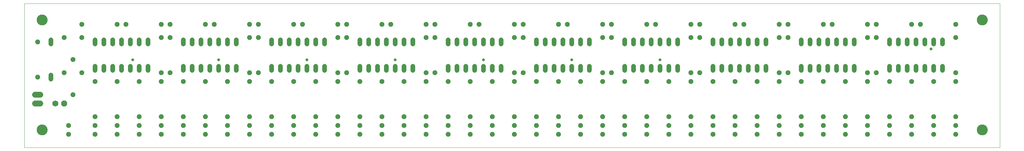
<source format=gbs>
G75*
%MOIN*%
%OFA0B0*%
%FSLAX25Y25*%
%IPPOS*%
%LPD*%
%AMOC8*
5,1,8,0,0,1.08239X$1,22.5*
%
%ADD10C,0.00000*%
%ADD11OC8,0.06800*%
%ADD12C,0.06800*%
%ADD13OC8,0.05300*%
%ADD14C,0.05300*%
%ADD15C,0.06500*%
%ADD16C,0.12311*%
%ADD17C,0.03200*%
D10*
X0001300Y0006300D02*
X0001300Y0170001D01*
X1106221Y0170001D01*
X1106221Y0006300D01*
X0001300Y0006300D01*
X0015394Y0026300D02*
X0015396Y0026453D01*
X0015402Y0026607D01*
X0015412Y0026760D01*
X0015426Y0026912D01*
X0015444Y0027065D01*
X0015466Y0027216D01*
X0015491Y0027367D01*
X0015521Y0027518D01*
X0015555Y0027668D01*
X0015592Y0027816D01*
X0015633Y0027964D01*
X0015678Y0028110D01*
X0015727Y0028256D01*
X0015780Y0028400D01*
X0015836Y0028542D01*
X0015896Y0028683D01*
X0015960Y0028823D01*
X0016027Y0028961D01*
X0016098Y0029097D01*
X0016173Y0029231D01*
X0016250Y0029363D01*
X0016332Y0029493D01*
X0016416Y0029621D01*
X0016504Y0029747D01*
X0016595Y0029870D01*
X0016689Y0029991D01*
X0016787Y0030109D01*
X0016887Y0030225D01*
X0016991Y0030338D01*
X0017097Y0030449D01*
X0017206Y0030557D01*
X0017318Y0030662D01*
X0017432Y0030763D01*
X0017550Y0030862D01*
X0017669Y0030958D01*
X0017791Y0031051D01*
X0017916Y0031140D01*
X0018043Y0031227D01*
X0018172Y0031309D01*
X0018303Y0031389D01*
X0018436Y0031465D01*
X0018571Y0031538D01*
X0018708Y0031607D01*
X0018847Y0031672D01*
X0018987Y0031734D01*
X0019129Y0031792D01*
X0019272Y0031847D01*
X0019417Y0031898D01*
X0019563Y0031945D01*
X0019710Y0031988D01*
X0019858Y0032027D01*
X0020007Y0032063D01*
X0020157Y0032094D01*
X0020308Y0032122D01*
X0020459Y0032146D01*
X0020612Y0032166D01*
X0020764Y0032182D01*
X0020917Y0032194D01*
X0021070Y0032202D01*
X0021223Y0032206D01*
X0021377Y0032206D01*
X0021530Y0032202D01*
X0021683Y0032194D01*
X0021836Y0032182D01*
X0021988Y0032166D01*
X0022141Y0032146D01*
X0022292Y0032122D01*
X0022443Y0032094D01*
X0022593Y0032063D01*
X0022742Y0032027D01*
X0022890Y0031988D01*
X0023037Y0031945D01*
X0023183Y0031898D01*
X0023328Y0031847D01*
X0023471Y0031792D01*
X0023613Y0031734D01*
X0023753Y0031672D01*
X0023892Y0031607D01*
X0024029Y0031538D01*
X0024164Y0031465D01*
X0024297Y0031389D01*
X0024428Y0031309D01*
X0024557Y0031227D01*
X0024684Y0031140D01*
X0024809Y0031051D01*
X0024931Y0030958D01*
X0025050Y0030862D01*
X0025168Y0030763D01*
X0025282Y0030662D01*
X0025394Y0030557D01*
X0025503Y0030449D01*
X0025609Y0030338D01*
X0025713Y0030225D01*
X0025813Y0030109D01*
X0025911Y0029991D01*
X0026005Y0029870D01*
X0026096Y0029747D01*
X0026184Y0029621D01*
X0026268Y0029493D01*
X0026350Y0029363D01*
X0026427Y0029231D01*
X0026502Y0029097D01*
X0026573Y0028961D01*
X0026640Y0028823D01*
X0026704Y0028683D01*
X0026764Y0028542D01*
X0026820Y0028400D01*
X0026873Y0028256D01*
X0026922Y0028110D01*
X0026967Y0027964D01*
X0027008Y0027816D01*
X0027045Y0027668D01*
X0027079Y0027518D01*
X0027109Y0027367D01*
X0027134Y0027216D01*
X0027156Y0027065D01*
X0027174Y0026912D01*
X0027188Y0026760D01*
X0027198Y0026607D01*
X0027204Y0026453D01*
X0027206Y0026300D01*
X0027204Y0026147D01*
X0027198Y0025993D01*
X0027188Y0025840D01*
X0027174Y0025688D01*
X0027156Y0025535D01*
X0027134Y0025384D01*
X0027109Y0025233D01*
X0027079Y0025082D01*
X0027045Y0024932D01*
X0027008Y0024784D01*
X0026967Y0024636D01*
X0026922Y0024490D01*
X0026873Y0024344D01*
X0026820Y0024200D01*
X0026764Y0024058D01*
X0026704Y0023917D01*
X0026640Y0023777D01*
X0026573Y0023639D01*
X0026502Y0023503D01*
X0026427Y0023369D01*
X0026350Y0023237D01*
X0026268Y0023107D01*
X0026184Y0022979D01*
X0026096Y0022853D01*
X0026005Y0022730D01*
X0025911Y0022609D01*
X0025813Y0022491D01*
X0025713Y0022375D01*
X0025609Y0022262D01*
X0025503Y0022151D01*
X0025394Y0022043D01*
X0025282Y0021938D01*
X0025168Y0021837D01*
X0025050Y0021738D01*
X0024931Y0021642D01*
X0024809Y0021549D01*
X0024684Y0021460D01*
X0024557Y0021373D01*
X0024428Y0021291D01*
X0024297Y0021211D01*
X0024164Y0021135D01*
X0024029Y0021062D01*
X0023892Y0020993D01*
X0023753Y0020928D01*
X0023613Y0020866D01*
X0023471Y0020808D01*
X0023328Y0020753D01*
X0023183Y0020702D01*
X0023037Y0020655D01*
X0022890Y0020612D01*
X0022742Y0020573D01*
X0022593Y0020537D01*
X0022443Y0020506D01*
X0022292Y0020478D01*
X0022141Y0020454D01*
X0021988Y0020434D01*
X0021836Y0020418D01*
X0021683Y0020406D01*
X0021530Y0020398D01*
X0021377Y0020394D01*
X0021223Y0020394D01*
X0021070Y0020398D01*
X0020917Y0020406D01*
X0020764Y0020418D01*
X0020612Y0020434D01*
X0020459Y0020454D01*
X0020308Y0020478D01*
X0020157Y0020506D01*
X0020007Y0020537D01*
X0019858Y0020573D01*
X0019710Y0020612D01*
X0019563Y0020655D01*
X0019417Y0020702D01*
X0019272Y0020753D01*
X0019129Y0020808D01*
X0018987Y0020866D01*
X0018847Y0020928D01*
X0018708Y0020993D01*
X0018571Y0021062D01*
X0018436Y0021135D01*
X0018303Y0021211D01*
X0018172Y0021291D01*
X0018043Y0021373D01*
X0017916Y0021460D01*
X0017791Y0021549D01*
X0017669Y0021642D01*
X0017550Y0021738D01*
X0017432Y0021837D01*
X0017318Y0021938D01*
X0017206Y0022043D01*
X0017097Y0022151D01*
X0016991Y0022262D01*
X0016887Y0022375D01*
X0016787Y0022491D01*
X0016689Y0022609D01*
X0016595Y0022730D01*
X0016504Y0022853D01*
X0016416Y0022979D01*
X0016332Y0023107D01*
X0016250Y0023237D01*
X0016173Y0023369D01*
X0016098Y0023503D01*
X0016027Y0023639D01*
X0015960Y0023777D01*
X0015896Y0023917D01*
X0015836Y0024058D01*
X0015780Y0024200D01*
X0015727Y0024344D01*
X0015678Y0024490D01*
X0015633Y0024636D01*
X0015592Y0024784D01*
X0015555Y0024932D01*
X0015521Y0025082D01*
X0015491Y0025233D01*
X0015466Y0025384D01*
X0015444Y0025535D01*
X0015426Y0025688D01*
X0015412Y0025840D01*
X0015402Y0025993D01*
X0015396Y0026147D01*
X0015394Y0026300D01*
X0015394Y0151300D02*
X0015396Y0151453D01*
X0015402Y0151607D01*
X0015412Y0151760D01*
X0015426Y0151912D01*
X0015444Y0152065D01*
X0015466Y0152216D01*
X0015491Y0152367D01*
X0015521Y0152518D01*
X0015555Y0152668D01*
X0015592Y0152816D01*
X0015633Y0152964D01*
X0015678Y0153110D01*
X0015727Y0153256D01*
X0015780Y0153400D01*
X0015836Y0153542D01*
X0015896Y0153683D01*
X0015960Y0153823D01*
X0016027Y0153961D01*
X0016098Y0154097D01*
X0016173Y0154231D01*
X0016250Y0154363D01*
X0016332Y0154493D01*
X0016416Y0154621D01*
X0016504Y0154747D01*
X0016595Y0154870D01*
X0016689Y0154991D01*
X0016787Y0155109D01*
X0016887Y0155225D01*
X0016991Y0155338D01*
X0017097Y0155449D01*
X0017206Y0155557D01*
X0017318Y0155662D01*
X0017432Y0155763D01*
X0017550Y0155862D01*
X0017669Y0155958D01*
X0017791Y0156051D01*
X0017916Y0156140D01*
X0018043Y0156227D01*
X0018172Y0156309D01*
X0018303Y0156389D01*
X0018436Y0156465D01*
X0018571Y0156538D01*
X0018708Y0156607D01*
X0018847Y0156672D01*
X0018987Y0156734D01*
X0019129Y0156792D01*
X0019272Y0156847D01*
X0019417Y0156898D01*
X0019563Y0156945D01*
X0019710Y0156988D01*
X0019858Y0157027D01*
X0020007Y0157063D01*
X0020157Y0157094D01*
X0020308Y0157122D01*
X0020459Y0157146D01*
X0020612Y0157166D01*
X0020764Y0157182D01*
X0020917Y0157194D01*
X0021070Y0157202D01*
X0021223Y0157206D01*
X0021377Y0157206D01*
X0021530Y0157202D01*
X0021683Y0157194D01*
X0021836Y0157182D01*
X0021988Y0157166D01*
X0022141Y0157146D01*
X0022292Y0157122D01*
X0022443Y0157094D01*
X0022593Y0157063D01*
X0022742Y0157027D01*
X0022890Y0156988D01*
X0023037Y0156945D01*
X0023183Y0156898D01*
X0023328Y0156847D01*
X0023471Y0156792D01*
X0023613Y0156734D01*
X0023753Y0156672D01*
X0023892Y0156607D01*
X0024029Y0156538D01*
X0024164Y0156465D01*
X0024297Y0156389D01*
X0024428Y0156309D01*
X0024557Y0156227D01*
X0024684Y0156140D01*
X0024809Y0156051D01*
X0024931Y0155958D01*
X0025050Y0155862D01*
X0025168Y0155763D01*
X0025282Y0155662D01*
X0025394Y0155557D01*
X0025503Y0155449D01*
X0025609Y0155338D01*
X0025713Y0155225D01*
X0025813Y0155109D01*
X0025911Y0154991D01*
X0026005Y0154870D01*
X0026096Y0154747D01*
X0026184Y0154621D01*
X0026268Y0154493D01*
X0026350Y0154363D01*
X0026427Y0154231D01*
X0026502Y0154097D01*
X0026573Y0153961D01*
X0026640Y0153823D01*
X0026704Y0153683D01*
X0026764Y0153542D01*
X0026820Y0153400D01*
X0026873Y0153256D01*
X0026922Y0153110D01*
X0026967Y0152964D01*
X0027008Y0152816D01*
X0027045Y0152668D01*
X0027079Y0152518D01*
X0027109Y0152367D01*
X0027134Y0152216D01*
X0027156Y0152065D01*
X0027174Y0151912D01*
X0027188Y0151760D01*
X0027198Y0151607D01*
X0027204Y0151453D01*
X0027206Y0151300D01*
X0027204Y0151147D01*
X0027198Y0150993D01*
X0027188Y0150840D01*
X0027174Y0150688D01*
X0027156Y0150535D01*
X0027134Y0150384D01*
X0027109Y0150233D01*
X0027079Y0150082D01*
X0027045Y0149932D01*
X0027008Y0149784D01*
X0026967Y0149636D01*
X0026922Y0149490D01*
X0026873Y0149344D01*
X0026820Y0149200D01*
X0026764Y0149058D01*
X0026704Y0148917D01*
X0026640Y0148777D01*
X0026573Y0148639D01*
X0026502Y0148503D01*
X0026427Y0148369D01*
X0026350Y0148237D01*
X0026268Y0148107D01*
X0026184Y0147979D01*
X0026096Y0147853D01*
X0026005Y0147730D01*
X0025911Y0147609D01*
X0025813Y0147491D01*
X0025713Y0147375D01*
X0025609Y0147262D01*
X0025503Y0147151D01*
X0025394Y0147043D01*
X0025282Y0146938D01*
X0025168Y0146837D01*
X0025050Y0146738D01*
X0024931Y0146642D01*
X0024809Y0146549D01*
X0024684Y0146460D01*
X0024557Y0146373D01*
X0024428Y0146291D01*
X0024297Y0146211D01*
X0024164Y0146135D01*
X0024029Y0146062D01*
X0023892Y0145993D01*
X0023753Y0145928D01*
X0023613Y0145866D01*
X0023471Y0145808D01*
X0023328Y0145753D01*
X0023183Y0145702D01*
X0023037Y0145655D01*
X0022890Y0145612D01*
X0022742Y0145573D01*
X0022593Y0145537D01*
X0022443Y0145506D01*
X0022292Y0145478D01*
X0022141Y0145454D01*
X0021988Y0145434D01*
X0021836Y0145418D01*
X0021683Y0145406D01*
X0021530Y0145398D01*
X0021377Y0145394D01*
X0021223Y0145394D01*
X0021070Y0145398D01*
X0020917Y0145406D01*
X0020764Y0145418D01*
X0020612Y0145434D01*
X0020459Y0145454D01*
X0020308Y0145478D01*
X0020157Y0145506D01*
X0020007Y0145537D01*
X0019858Y0145573D01*
X0019710Y0145612D01*
X0019563Y0145655D01*
X0019417Y0145702D01*
X0019272Y0145753D01*
X0019129Y0145808D01*
X0018987Y0145866D01*
X0018847Y0145928D01*
X0018708Y0145993D01*
X0018571Y0146062D01*
X0018436Y0146135D01*
X0018303Y0146211D01*
X0018172Y0146291D01*
X0018043Y0146373D01*
X0017916Y0146460D01*
X0017791Y0146549D01*
X0017669Y0146642D01*
X0017550Y0146738D01*
X0017432Y0146837D01*
X0017318Y0146938D01*
X0017206Y0147043D01*
X0017097Y0147151D01*
X0016991Y0147262D01*
X0016887Y0147375D01*
X0016787Y0147491D01*
X0016689Y0147609D01*
X0016595Y0147730D01*
X0016504Y0147853D01*
X0016416Y0147979D01*
X0016332Y0148107D01*
X0016250Y0148237D01*
X0016173Y0148369D01*
X0016098Y0148503D01*
X0016027Y0148639D01*
X0015960Y0148777D01*
X0015896Y0148917D01*
X0015836Y0149058D01*
X0015780Y0149200D01*
X0015727Y0149344D01*
X0015678Y0149490D01*
X0015633Y0149636D01*
X0015592Y0149784D01*
X0015555Y0149932D01*
X0015521Y0150082D01*
X0015491Y0150233D01*
X0015466Y0150384D01*
X0015444Y0150535D01*
X0015426Y0150688D01*
X0015412Y0150840D01*
X0015402Y0150993D01*
X0015396Y0151147D01*
X0015394Y0151300D01*
X1080394Y0151300D02*
X1080396Y0151453D01*
X1080402Y0151607D01*
X1080412Y0151760D01*
X1080426Y0151912D01*
X1080444Y0152065D01*
X1080466Y0152216D01*
X1080491Y0152367D01*
X1080521Y0152518D01*
X1080555Y0152668D01*
X1080592Y0152816D01*
X1080633Y0152964D01*
X1080678Y0153110D01*
X1080727Y0153256D01*
X1080780Y0153400D01*
X1080836Y0153542D01*
X1080896Y0153683D01*
X1080960Y0153823D01*
X1081027Y0153961D01*
X1081098Y0154097D01*
X1081173Y0154231D01*
X1081250Y0154363D01*
X1081332Y0154493D01*
X1081416Y0154621D01*
X1081504Y0154747D01*
X1081595Y0154870D01*
X1081689Y0154991D01*
X1081787Y0155109D01*
X1081887Y0155225D01*
X1081991Y0155338D01*
X1082097Y0155449D01*
X1082206Y0155557D01*
X1082318Y0155662D01*
X1082432Y0155763D01*
X1082550Y0155862D01*
X1082669Y0155958D01*
X1082791Y0156051D01*
X1082916Y0156140D01*
X1083043Y0156227D01*
X1083172Y0156309D01*
X1083303Y0156389D01*
X1083436Y0156465D01*
X1083571Y0156538D01*
X1083708Y0156607D01*
X1083847Y0156672D01*
X1083987Y0156734D01*
X1084129Y0156792D01*
X1084272Y0156847D01*
X1084417Y0156898D01*
X1084563Y0156945D01*
X1084710Y0156988D01*
X1084858Y0157027D01*
X1085007Y0157063D01*
X1085157Y0157094D01*
X1085308Y0157122D01*
X1085459Y0157146D01*
X1085612Y0157166D01*
X1085764Y0157182D01*
X1085917Y0157194D01*
X1086070Y0157202D01*
X1086223Y0157206D01*
X1086377Y0157206D01*
X1086530Y0157202D01*
X1086683Y0157194D01*
X1086836Y0157182D01*
X1086988Y0157166D01*
X1087141Y0157146D01*
X1087292Y0157122D01*
X1087443Y0157094D01*
X1087593Y0157063D01*
X1087742Y0157027D01*
X1087890Y0156988D01*
X1088037Y0156945D01*
X1088183Y0156898D01*
X1088328Y0156847D01*
X1088471Y0156792D01*
X1088613Y0156734D01*
X1088753Y0156672D01*
X1088892Y0156607D01*
X1089029Y0156538D01*
X1089164Y0156465D01*
X1089297Y0156389D01*
X1089428Y0156309D01*
X1089557Y0156227D01*
X1089684Y0156140D01*
X1089809Y0156051D01*
X1089931Y0155958D01*
X1090050Y0155862D01*
X1090168Y0155763D01*
X1090282Y0155662D01*
X1090394Y0155557D01*
X1090503Y0155449D01*
X1090609Y0155338D01*
X1090713Y0155225D01*
X1090813Y0155109D01*
X1090911Y0154991D01*
X1091005Y0154870D01*
X1091096Y0154747D01*
X1091184Y0154621D01*
X1091268Y0154493D01*
X1091350Y0154363D01*
X1091427Y0154231D01*
X1091502Y0154097D01*
X1091573Y0153961D01*
X1091640Y0153823D01*
X1091704Y0153683D01*
X1091764Y0153542D01*
X1091820Y0153400D01*
X1091873Y0153256D01*
X1091922Y0153110D01*
X1091967Y0152964D01*
X1092008Y0152816D01*
X1092045Y0152668D01*
X1092079Y0152518D01*
X1092109Y0152367D01*
X1092134Y0152216D01*
X1092156Y0152065D01*
X1092174Y0151912D01*
X1092188Y0151760D01*
X1092198Y0151607D01*
X1092204Y0151453D01*
X1092206Y0151300D01*
X1092204Y0151147D01*
X1092198Y0150993D01*
X1092188Y0150840D01*
X1092174Y0150688D01*
X1092156Y0150535D01*
X1092134Y0150384D01*
X1092109Y0150233D01*
X1092079Y0150082D01*
X1092045Y0149932D01*
X1092008Y0149784D01*
X1091967Y0149636D01*
X1091922Y0149490D01*
X1091873Y0149344D01*
X1091820Y0149200D01*
X1091764Y0149058D01*
X1091704Y0148917D01*
X1091640Y0148777D01*
X1091573Y0148639D01*
X1091502Y0148503D01*
X1091427Y0148369D01*
X1091350Y0148237D01*
X1091268Y0148107D01*
X1091184Y0147979D01*
X1091096Y0147853D01*
X1091005Y0147730D01*
X1090911Y0147609D01*
X1090813Y0147491D01*
X1090713Y0147375D01*
X1090609Y0147262D01*
X1090503Y0147151D01*
X1090394Y0147043D01*
X1090282Y0146938D01*
X1090168Y0146837D01*
X1090050Y0146738D01*
X1089931Y0146642D01*
X1089809Y0146549D01*
X1089684Y0146460D01*
X1089557Y0146373D01*
X1089428Y0146291D01*
X1089297Y0146211D01*
X1089164Y0146135D01*
X1089029Y0146062D01*
X1088892Y0145993D01*
X1088753Y0145928D01*
X1088613Y0145866D01*
X1088471Y0145808D01*
X1088328Y0145753D01*
X1088183Y0145702D01*
X1088037Y0145655D01*
X1087890Y0145612D01*
X1087742Y0145573D01*
X1087593Y0145537D01*
X1087443Y0145506D01*
X1087292Y0145478D01*
X1087141Y0145454D01*
X1086988Y0145434D01*
X1086836Y0145418D01*
X1086683Y0145406D01*
X1086530Y0145398D01*
X1086377Y0145394D01*
X1086223Y0145394D01*
X1086070Y0145398D01*
X1085917Y0145406D01*
X1085764Y0145418D01*
X1085612Y0145434D01*
X1085459Y0145454D01*
X1085308Y0145478D01*
X1085157Y0145506D01*
X1085007Y0145537D01*
X1084858Y0145573D01*
X1084710Y0145612D01*
X1084563Y0145655D01*
X1084417Y0145702D01*
X1084272Y0145753D01*
X1084129Y0145808D01*
X1083987Y0145866D01*
X1083847Y0145928D01*
X1083708Y0145993D01*
X1083571Y0146062D01*
X1083436Y0146135D01*
X1083303Y0146211D01*
X1083172Y0146291D01*
X1083043Y0146373D01*
X1082916Y0146460D01*
X1082791Y0146549D01*
X1082669Y0146642D01*
X1082550Y0146738D01*
X1082432Y0146837D01*
X1082318Y0146938D01*
X1082206Y0147043D01*
X1082097Y0147151D01*
X1081991Y0147262D01*
X1081887Y0147375D01*
X1081787Y0147491D01*
X1081689Y0147609D01*
X1081595Y0147730D01*
X1081504Y0147853D01*
X1081416Y0147979D01*
X1081332Y0148107D01*
X1081250Y0148237D01*
X1081173Y0148369D01*
X1081098Y0148503D01*
X1081027Y0148639D01*
X1080960Y0148777D01*
X1080896Y0148917D01*
X1080836Y0149058D01*
X1080780Y0149200D01*
X1080727Y0149344D01*
X1080678Y0149490D01*
X1080633Y0149636D01*
X1080592Y0149784D01*
X1080555Y0149932D01*
X1080521Y0150082D01*
X1080491Y0150233D01*
X1080466Y0150384D01*
X1080444Y0150535D01*
X1080426Y0150688D01*
X1080412Y0150840D01*
X1080402Y0150993D01*
X1080396Y0151147D01*
X1080394Y0151300D01*
X1080394Y0026300D02*
X1080396Y0026453D01*
X1080402Y0026607D01*
X1080412Y0026760D01*
X1080426Y0026912D01*
X1080444Y0027065D01*
X1080466Y0027216D01*
X1080491Y0027367D01*
X1080521Y0027518D01*
X1080555Y0027668D01*
X1080592Y0027816D01*
X1080633Y0027964D01*
X1080678Y0028110D01*
X1080727Y0028256D01*
X1080780Y0028400D01*
X1080836Y0028542D01*
X1080896Y0028683D01*
X1080960Y0028823D01*
X1081027Y0028961D01*
X1081098Y0029097D01*
X1081173Y0029231D01*
X1081250Y0029363D01*
X1081332Y0029493D01*
X1081416Y0029621D01*
X1081504Y0029747D01*
X1081595Y0029870D01*
X1081689Y0029991D01*
X1081787Y0030109D01*
X1081887Y0030225D01*
X1081991Y0030338D01*
X1082097Y0030449D01*
X1082206Y0030557D01*
X1082318Y0030662D01*
X1082432Y0030763D01*
X1082550Y0030862D01*
X1082669Y0030958D01*
X1082791Y0031051D01*
X1082916Y0031140D01*
X1083043Y0031227D01*
X1083172Y0031309D01*
X1083303Y0031389D01*
X1083436Y0031465D01*
X1083571Y0031538D01*
X1083708Y0031607D01*
X1083847Y0031672D01*
X1083987Y0031734D01*
X1084129Y0031792D01*
X1084272Y0031847D01*
X1084417Y0031898D01*
X1084563Y0031945D01*
X1084710Y0031988D01*
X1084858Y0032027D01*
X1085007Y0032063D01*
X1085157Y0032094D01*
X1085308Y0032122D01*
X1085459Y0032146D01*
X1085612Y0032166D01*
X1085764Y0032182D01*
X1085917Y0032194D01*
X1086070Y0032202D01*
X1086223Y0032206D01*
X1086377Y0032206D01*
X1086530Y0032202D01*
X1086683Y0032194D01*
X1086836Y0032182D01*
X1086988Y0032166D01*
X1087141Y0032146D01*
X1087292Y0032122D01*
X1087443Y0032094D01*
X1087593Y0032063D01*
X1087742Y0032027D01*
X1087890Y0031988D01*
X1088037Y0031945D01*
X1088183Y0031898D01*
X1088328Y0031847D01*
X1088471Y0031792D01*
X1088613Y0031734D01*
X1088753Y0031672D01*
X1088892Y0031607D01*
X1089029Y0031538D01*
X1089164Y0031465D01*
X1089297Y0031389D01*
X1089428Y0031309D01*
X1089557Y0031227D01*
X1089684Y0031140D01*
X1089809Y0031051D01*
X1089931Y0030958D01*
X1090050Y0030862D01*
X1090168Y0030763D01*
X1090282Y0030662D01*
X1090394Y0030557D01*
X1090503Y0030449D01*
X1090609Y0030338D01*
X1090713Y0030225D01*
X1090813Y0030109D01*
X1090911Y0029991D01*
X1091005Y0029870D01*
X1091096Y0029747D01*
X1091184Y0029621D01*
X1091268Y0029493D01*
X1091350Y0029363D01*
X1091427Y0029231D01*
X1091502Y0029097D01*
X1091573Y0028961D01*
X1091640Y0028823D01*
X1091704Y0028683D01*
X1091764Y0028542D01*
X1091820Y0028400D01*
X1091873Y0028256D01*
X1091922Y0028110D01*
X1091967Y0027964D01*
X1092008Y0027816D01*
X1092045Y0027668D01*
X1092079Y0027518D01*
X1092109Y0027367D01*
X1092134Y0027216D01*
X1092156Y0027065D01*
X1092174Y0026912D01*
X1092188Y0026760D01*
X1092198Y0026607D01*
X1092204Y0026453D01*
X1092206Y0026300D01*
X1092204Y0026147D01*
X1092198Y0025993D01*
X1092188Y0025840D01*
X1092174Y0025688D01*
X1092156Y0025535D01*
X1092134Y0025384D01*
X1092109Y0025233D01*
X1092079Y0025082D01*
X1092045Y0024932D01*
X1092008Y0024784D01*
X1091967Y0024636D01*
X1091922Y0024490D01*
X1091873Y0024344D01*
X1091820Y0024200D01*
X1091764Y0024058D01*
X1091704Y0023917D01*
X1091640Y0023777D01*
X1091573Y0023639D01*
X1091502Y0023503D01*
X1091427Y0023369D01*
X1091350Y0023237D01*
X1091268Y0023107D01*
X1091184Y0022979D01*
X1091096Y0022853D01*
X1091005Y0022730D01*
X1090911Y0022609D01*
X1090813Y0022491D01*
X1090713Y0022375D01*
X1090609Y0022262D01*
X1090503Y0022151D01*
X1090394Y0022043D01*
X1090282Y0021938D01*
X1090168Y0021837D01*
X1090050Y0021738D01*
X1089931Y0021642D01*
X1089809Y0021549D01*
X1089684Y0021460D01*
X1089557Y0021373D01*
X1089428Y0021291D01*
X1089297Y0021211D01*
X1089164Y0021135D01*
X1089029Y0021062D01*
X1088892Y0020993D01*
X1088753Y0020928D01*
X1088613Y0020866D01*
X1088471Y0020808D01*
X1088328Y0020753D01*
X1088183Y0020702D01*
X1088037Y0020655D01*
X1087890Y0020612D01*
X1087742Y0020573D01*
X1087593Y0020537D01*
X1087443Y0020506D01*
X1087292Y0020478D01*
X1087141Y0020454D01*
X1086988Y0020434D01*
X1086836Y0020418D01*
X1086683Y0020406D01*
X1086530Y0020398D01*
X1086377Y0020394D01*
X1086223Y0020394D01*
X1086070Y0020398D01*
X1085917Y0020406D01*
X1085764Y0020418D01*
X1085612Y0020434D01*
X1085459Y0020454D01*
X1085308Y0020478D01*
X1085157Y0020506D01*
X1085007Y0020537D01*
X1084858Y0020573D01*
X1084710Y0020612D01*
X1084563Y0020655D01*
X1084417Y0020702D01*
X1084272Y0020753D01*
X1084129Y0020808D01*
X1083987Y0020866D01*
X1083847Y0020928D01*
X1083708Y0020993D01*
X1083571Y0021062D01*
X1083436Y0021135D01*
X1083303Y0021211D01*
X1083172Y0021291D01*
X1083043Y0021373D01*
X1082916Y0021460D01*
X1082791Y0021549D01*
X1082669Y0021642D01*
X1082550Y0021738D01*
X1082432Y0021837D01*
X1082318Y0021938D01*
X1082206Y0022043D01*
X1082097Y0022151D01*
X1081991Y0022262D01*
X1081887Y0022375D01*
X1081787Y0022491D01*
X1081689Y0022609D01*
X1081595Y0022730D01*
X1081504Y0022853D01*
X1081416Y0022979D01*
X1081332Y0023107D01*
X1081250Y0023237D01*
X1081173Y0023369D01*
X1081098Y0023503D01*
X1081027Y0023639D01*
X1080960Y0023777D01*
X1080896Y0023917D01*
X1080836Y0024058D01*
X1080780Y0024200D01*
X1080727Y0024344D01*
X1080678Y0024490D01*
X1080633Y0024636D01*
X1080592Y0024784D01*
X1080555Y0024932D01*
X1080521Y0025082D01*
X1080491Y0025233D01*
X1080466Y0025384D01*
X1080444Y0025535D01*
X1080426Y0025688D01*
X1080412Y0025840D01*
X1080402Y0025993D01*
X1080396Y0026147D01*
X1080394Y0026300D01*
D11*
X0046300Y0056300D03*
D12*
X0036300Y0056300D03*
D13*
X0056300Y0066300D03*
X0081300Y0081300D03*
X0106300Y0081300D03*
X0131300Y0081300D03*
X0156300Y0081300D03*
X0181300Y0081300D03*
X0206300Y0081300D03*
X0231300Y0081300D03*
X0256300Y0081300D03*
X0281300Y0081300D03*
X0306300Y0081300D03*
X0331300Y0081300D03*
X0356300Y0081300D03*
X0381300Y0081300D03*
X0406300Y0081300D03*
X0431300Y0081300D03*
X0456300Y0081300D03*
X0481300Y0081300D03*
X0506300Y0081300D03*
X0531300Y0081300D03*
X0556300Y0081300D03*
X0581300Y0081300D03*
X0606300Y0081300D03*
X0631300Y0081300D03*
X0656300Y0081300D03*
X0681300Y0081300D03*
X0706300Y0081300D03*
X0731300Y0081300D03*
X0756300Y0081300D03*
X0781300Y0081300D03*
X0806300Y0081300D03*
X0831300Y0081300D03*
X0856300Y0081300D03*
X0881300Y0081300D03*
X0906300Y0081300D03*
X0931300Y0081300D03*
X0956300Y0081300D03*
X0981300Y0081300D03*
X1006300Y0081300D03*
X1031300Y0081300D03*
X1056300Y0081300D03*
X1056300Y0091300D03*
X0966300Y0091300D03*
X0956300Y0091300D03*
X0866300Y0091300D03*
X0856300Y0091300D03*
X0766300Y0091300D03*
X0756300Y0091300D03*
X0666300Y0091300D03*
X0656300Y0091300D03*
X0566300Y0091300D03*
X0556300Y0091300D03*
X0466300Y0091300D03*
X0456300Y0091300D03*
X0366300Y0091300D03*
X0356300Y0091300D03*
X0266300Y0091300D03*
X0256300Y0091300D03*
X0166300Y0091300D03*
X0156300Y0091300D03*
X0066300Y0091300D03*
X0046300Y0091300D03*
X0016300Y0086300D03*
X0056300Y0106300D03*
X0016300Y0126300D03*
X0046300Y0131300D03*
X0066300Y0131300D03*
X0066300Y0146300D03*
X0106300Y0146300D03*
X0116300Y0146300D03*
X0156300Y0146300D03*
X0166300Y0146300D03*
X0206300Y0146300D03*
X0216300Y0146300D03*
X0256300Y0146300D03*
X0266300Y0146300D03*
X0306300Y0146300D03*
X0316300Y0146300D03*
X0356300Y0146300D03*
X0366300Y0146300D03*
X0406300Y0146300D03*
X0416300Y0146300D03*
X0456300Y0146300D03*
X0466300Y0146300D03*
X0506300Y0146300D03*
X0516300Y0146300D03*
X0556300Y0146300D03*
X0566300Y0146300D03*
X0606300Y0146300D03*
X0616300Y0146300D03*
X0656300Y0146300D03*
X0666300Y0146300D03*
X0706300Y0146300D03*
X0716300Y0146300D03*
X0756300Y0146300D03*
X0766300Y0146300D03*
X0806300Y0146300D03*
X0816300Y0146300D03*
X0856300Y0146300D03*
X0866300Y0146300D03*
X0906300Y0146300D03*
X0916300Y0146300D03*
X0956300Y0146300D03*
X0966300Y0146300D03*
X1006300Y0146300D03*
X1016300Y0146300D03*
X1056300Y0146300D03*
X1056300Y0131300D03*
X0966300Y0131300D03*
X0956300Y0131300D03*
X0866300Y0131300D03*
X0856300Y0131300D03*
X0766300Y0131300D03*
X0756300Y0131300D03*
X0666300Y0131300D03*
X0656300Y0131300D03*
X0566300Y0131300D03*
X0556300Y0131300D03*
X0466300Y0131300D03*
X0456300Y0131300D03*
X0366300Y0131300D03*
X0356300Y0131300D03*
X0266300Y0131300D03*
X0256300Y0131300D03*
X0166300Y0131300D03*
X0156300Y0131300D03*
X0156300Y0041300D03*
X0181300Y0041300D03*
X0206300Y0041300D03*
X0231300Y0041300D03*
X0256300Y0041300D03*
X0281300Y0041300D03*
X0306300Y0041300D03*
X0331300Y0041300D03*
X0356300Y0041300D03*
X0381300Y0041300D03*
X0406300Y0041300D03*
X0431300Y0041300D03*
X0456300Y0041300D03*
X0481300Y0041300D03*
X0506300Y0041300D03*
X0531300Y0041300D03*
X0556300Y0041300D03*
X0581300Y0041300D03*
X0606300Y0041300D03*
X0631300Y0041300D03*
X0656300Y0041300D03*
X0681300Y0041300D03*
X0706300Y0041300D03*
X0731300Y0041300D03*
X0756300Y0041300D03*
X0781300Y0041300D03*
X0806300Y0041300D03*
X0831300Y0041300D03*
X0856300Y0041300D03*
X0881300Y0041300D03*
X0906300Y0041300D03*
X0931300Y0041300D03*
X0956300Y0041300D03*
X0981300Y0041300D03*
X1006300Y0041300D03*
X1031300Y0041300D03*
X1056300Y0041300D03*
X1056300Y0031300D03*
X1031300Y0031300D03*
X1006300Y0031300D03*
X0981300Y0031300D03*
X0956300Y0031300D03*
X0931300Y0031300D03*
X0906300Y0031300D03*
X0881300Y0031300D03*
X0856300Y0031300D03*
X0831300Y0031300D03*
X0806300Y0031300D03*
X0781300Y0031300D03*
X0756300Y0031300D03*
X0731300Y0031300D03*
X0706300Y0031300D03*
X0681300Y0031300D03*
X0656300Y0031300D03*
X0631300Y0031300D03*
X0606300Y0031300D03*
X0581300Y0031300D03*
X0556300Y0031300D03*
X0531300Y0031300D03*
X0506300Y0031300D03*
X0481300Y0031300D03*
X0456300Y0031300D03*
X0431300Y0031300D03*
X0406300Y0031300D03*
X0381300Y0031300D03*
X0356300Y0031300D03*
X0331300Y0031300D03*
X0306300Y0031300D03*
X0281300Y0031300D03*
X0256300Y0031300D03*
X0231300Y0031300D03*
X0206300Y0031300D03*
X0181300Y0031300D03*
X0156300Y0031300D03*
X0131300Y0031300D03*
X0106300Y0031300D03*
X0081300Y0031300D03*
X0051300Y0031300D03*
X0081300Y0041300D03*
X0106300Y0041300D03*
X0131300Y0041300D03*
X0131300Y0021300D03*
X0106300Y0021300D03*
X0081300Y0021300D03*
X0051300Y0021300D03*
X0156300Y0021300D03*
X0181300Y0021300D03*
X0206300Y0021300D03*
X0231300Y0021300D03*
X0256300Y0021300D03*
X0281300Y0021300D03*
X0306300Y0021300D03*
X0331300Y0021300D03*
X0356300Y0021300D03*
X0381300Y0021300D03*
X0406300Y0021300D03*
X0431300Y0021300D03*
X0456300Y0021300D03*
X0481300Y0021300D03*
X0506300Y0021300D03*
X0531300Y0021300D03*
X0556300Y0021300D03*
X0581300Y0021300D03*
X0606300Y0021300D03*
X0631300Y0021300D03*
X0656300Y0021300D03*
X0681300Y0021300D03*
X0706300Y0021300D03*
X0731300Y0021300D03*
X0756300Y0021300D03*
X0781300Y0021300D03*
X0806300Y0021300D03*
X0831300Y0021300D03*
X0856300Y0021300D03*
X0881300Y0021300D03*
X0906300Y0021300D03*
X0931300Y0021300D03*
X0956300Y0021300D03*
X0981300Y0021300D03*
X1006300Y0021300D03*
X1031300Y0021300D03*
X1056300Y0021300D03*
D14*
X1041300Y0093900D02*
X1041300Y0098700D01*
X1031300Y0098700D02*
X1031300Y0093900D01*
X1021300Y0093900D02*
X1021300Y0098700D01*
X1011300Y0098700D02*
X1011300Y0093900D01*
X1001300Y0093900D02*
X1001300Y0098700D01*
X0991300Y0098700D02*
X0991300Y0093900D01*
X0981300Y0093900D02*
X0981300Y0098700D01*
X0941300Y0098700D02*
X0941300Y0093900D01*
X0931300Y0093900D02*
X0931300Y0098700D01*
X0921300Y0098700D02*
X0921300Y0093900D01*
X0911300Y0093900D02*
X0911300Y0098700D01*
X0901300Y0098700D02*
X0901300Y0093900D01*
X0891300Y0093900D02*
X0891300Y0098700D01*
X0881300Y0098700D02*
X0881300Y0093900D01*
X0841300Y0093900D02*
X0841300Y0098700D01*
X0831300Y0098700D02*
X0831300Y0093900D01*
X0821300Y0093900D02*
X0821300Y0098700D01*
X0811300Y0098700D02*
X0811300Y0093900D01*
X0801300Y0093900D02*
X0801300Y0098700D01*
X0791300Y0098700D02*
X0791300Y0093900D01*
X0781300Y0093900D02*
X0781300Y0098700D01*
X0741300Y0098700D02*
X0741300Y0093900D01*
X0731300Y0093900D02*
X0731300Y0098700D01*
X0721300Y0098700D02*
X0721300Y0093900D01*
X0711300Y0093900D02*
X0711300Y0098700D01*
X0701300Y0098700D02*
X0701300Y0093900D01*
X0691300Y0093900D02*
X0691300Y0098700D01*
X0681300Y0098700D02*
X0681300Y0093900D01*
X0641300Y0093900D02*
X0641300Y0098700D01*
X0631300Y0098700D02*
X0631300Y0093900D01*
X0621300Y0093900D02*
X0621300Y0098700D01*
X0611300Y0098700D02*
X0611300Y0093900D01*
X0601300Y0093900D02*
X0601300Y0098700D01*
X0591300Y0098700D02*
X0591300Y0093900D01*
X0581300Y0093900D02*
X0581300Y0098700D01*
X0541300Y0098700D02*
X0541300Y0093900D01*
X0531300Y0093900D02*
X0531300Y0098700D01*
X0521300Y0098700D02*
X0521300Y0093900D01*
X0511300Y0093900D02*
X0511300Y0098700D01*
X0501300Y0098700D02*
X0501300Y0093900D01*
X0491300Y0093900D02*
X0491300Y0098700D01*
X0481300Y0098700D02*
X0481300Y0093900D01*
X0441300Y0093900D02*
X0441300Y0098700D01*
X0431300Y0098700D02*
X0431300Y0093900D01*
X0421300Y0093900D02*
X0421300Y0098700D01*
X0411300Y0098700D02*
X0411300Y0093900D01*
X0401300Y0093900D02*
X0401300Y0098700D01*
X0391300Y0098700D02*
X0391300Y0093900D01*
X0381300Y0093900D02*
X0381300Y0098700D01*
X0341300Y0098700D02*
X0341300Y0093900D01*
X0331300Y0093900D02*
X0331300Y0098700D01*
X0321300Y0098700D02*
X0321300Y0093900D01*
X0311300Y0093900D02*
X0311300Y0098700D01*
X0301300Y0098700D02*
X0301300Y0093900D01*
X0291300Y0093900D02*
X0291300Y0098700D01*
X0281300Y0098700D02*
X0281300Y0093900D01*
X0241300Y0093900D02*
X0241300Y0098700D01*
X0231300Y0098700D02*
X0231300Y0093900D01*
X0221300Y0093900D02*
X0221300Y0098700D01*
X0211300Y0098700D02*
X0211300Y0093900D01*
X0201300Y0093900D02*
X0201300Y0098700D01*
X0191300Y0098700D02*
X0191300Y0093900D01*
X0181300Y0093900D02*
X0181300Y0098700D01*
X0141300Y0098700D02*
X0141300Y0093900D01*
X0131300Y0093900D02*
X0131300Y0098700D01*
X0121300Y0098700D02*
X0121300Y0093900D01*
X0111300Y0093900D02*
X0111300Y0098700D01*
X0101300Y0098700D02*
X0101300Y0093900D01*
X0091300Y0093900D02*
X0091300Y0098700D01*
X0081300Y0098700D02*
X0081300Y0093900D01*
X0031300Y0088700D02*
X0031300Y0083900D01*
X0031300Y0123900D02*
X0031300Y0128700D01*
X0081300Y0128700D02*
X0081300Y0123900D01*
X0091300Y0123900D02*
X0091300Y0128700D01*
X0101300Y0128700D02*
X0101300Y0123900D01*
X0111300Y0123900D02*
X0111300Y0128700D01*
X0121300Y0128700D02*
X0121300Y0123900D01*
X0131300Y0123900D02*
X0131300Y0128700D01*
X0141300Y0128700D02*
X0141300Y0123900D01*
X0181300Y0123900D02*
X0181300Y0128700D01*
X0191300Y0128700D02*
X0191300Y0123900D01*
X0201300Y0123900D02*
X0201300Y0128700D01*
X0211300Y0128700D02*
X0211300Y0123900D01*
X0221300Y0123900D02*
X0221300Y0128700D01*
X0231300Y0128700D02*
X0231300Y0123900D01*
X0241300Y0123900D02*
X0241300Y0128700D01*
X0281300Y0128700D02*
X0281300Y0123900D01*
X0291300Y0123900D02*
X0291300Y0128700D01*
X0301300Y0128700D02*
X0301300Y0123900D01*
X0311300Y0123900D02*
X0311300Y0128700D01*
X0321300Y0128700D02*
X0321300Y0123900D01*
X0331300Y0123900D02*
X0331300Y0128700D01*
X0341300Y0128700D02*
X0341300Y0123900D01*
X0381300Y0123900D02*
X0381300Y0128700D01*
X0391300Y0128700D02*
X0391300Y0123900D01*
X0401300Y0123900D02*
X0401300Y0128700D01*
X0411300Y0128700D02*
X0411300Y0123900D01*
X0421300Y0123900D02*
X0421300Y0128700D01*
X0431300Y0128700D02*
X0431300Y0123900D01*
X0441300Y0123900D02*
X0441300Y0128700D01*
X0481300Y0128700D02*
X0481300Y0123900D01*
X0491300Y0123900D02*
X0491300Y0128700D01*
X0501300Y0128700D02*
X0501300Y0123900D01*
X0511300Y0123900D02*
X0511300Y0128700D01*
X0521300Y0128700D02*
X0521300Y0123900D01*
X0531300Y0123900D02*
X0531300Y0128700D01*
X0541300Y0128700D02*
X0541300Y0123900D01*
X0581300Y0123900D02*
X0581300Y0128700D01*
X0591300Y0128700D02*
X0591300Y0123900D01*
X0601300Y0123900D02*
X0601300Y0128700D01*
X0611300Y0128700D02*
X0611300Y0123900D01*
X0621300Y0123900D02*
X0621300Y0128700D01*
X0631300Y0128700D02*
X0631300Y0123900D01*
X0641300Y0123900D02*
X0641300Y0128700D01*
X0681300Y0128700D02*
X0681300Y0123900D01*
X0691300Y0123900D02*
X0691300Y0128700D01*
X0701300Y0128700D02*
X0701300Y0123900D01*
X0711300Y0123900D02*
X0711300Y0128700D01*
X0721300Y0128700D02*
X0721300Y0123900D01*
X0731300Y0123900D02*
X0731300Y0128700D01*
X0741300Y0128700D02*
X0741300Y0123900D01*
X0781300Y0123900D02*
X0781300Y0128700D01*
X0791300Y0128700D02*
X0791300Y0123900D01*
X0801300Y0123900D02*
X0801300Y0128700D01*
X0811300Y0128700D02*
X0811300Y0123900D01*
X0821300Y0123900D02*
X0821300Y0128700D01*
X0831300Y0128700D02*
X0831300Y0123900D01*
X0841300Y0123900D02*
X0841300Y0128700D01*
X0881300Y0128700D02*
X0881300Y0123900D01*
X0891300Y0123900D02*
X0891300Y0128700D01*
X0901300Y0128700D02*
X0901300Y0123900D01*
X0911300Y0123900D02*
X0911300Y0128700D01*
X0921300Y0128700D02*
X0921300Y0123900D01*
X0931300Y0123900D02*
X0931300Y0128700D01*
X0941300Y0128700D02*
X0941300Y0123900D01*
X0981300Y0123900D02*
X0981300Y0128700D01*
X0991300Y0128700D02*
X0991300Y0123900D01*
X1001300Y0123900D02*
X1001300Y0128700D01*
X1011300Y0128700D02*
X1011300Y0123900D01*
X1021300Y0123900D02*
X1021300Y0128700D01*
X1031300Y0128700D02*
X1031300Y0123900D01*
X1041300Y0123900D02*
X1041300Y0128700D01*
D15*
X0019300Y0066300D02*
X0013300Y0066300D01*
X0013300Y0056300D02*
X0019300Y0056300D01*
D16*
X0021300Y0026300D03*
X0021300Y0151300D03*
X1086300Y0151300D03*
X1086300Y0026300D03*
D17*
X0721300Y0105900D03*
X0621400Y0105900D03*
X0521200Y0105900D03*
X0421300Y0105900D03*
X0321400Y0105900D03*
X0221200Y0105900D03*
X0124000Y0105900D03*
X1028500Y0118200D03*
M02*

</source>
